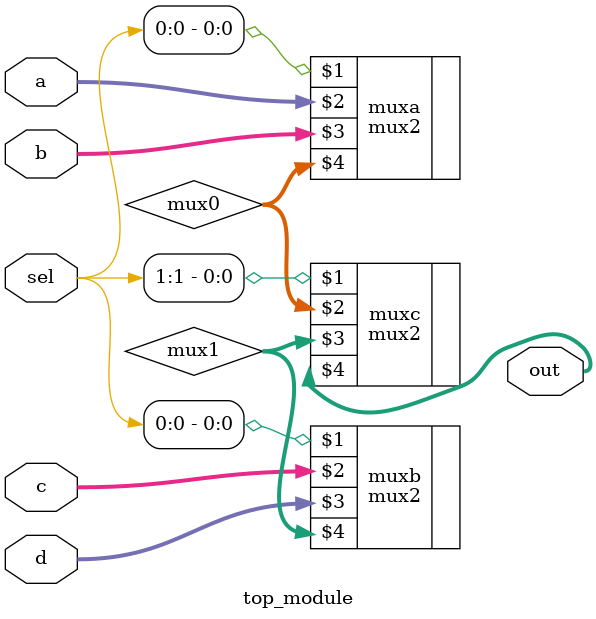
<source format=v>
module top_module (
    input [1:0] sel,
    input [7:0] a,
    input [7:0] b,
    input [7:0] c,
    input [7:0] d,
    output [7:0] out  ); //

    wire [7:0] mux0, mux1;
    mux2 muxa ( sel[0],    a,    b, mux0 );
    mux2 muxb ( sel[0],    c,    d, mux1 );
    mux2 muxc ( sel[1], mux0, mux1,  out );

endmodule

</source>
